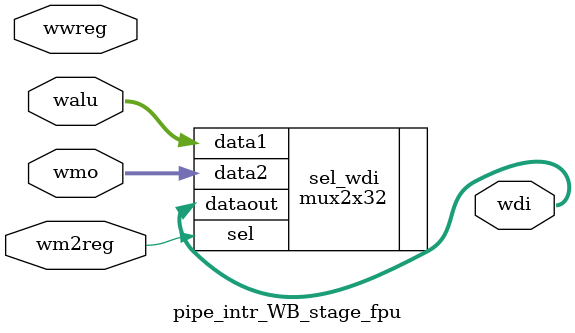
<source format=v>
module pipe_intr_WB_stage_fpu (wwreg,wm2reg,walu,wmo,wdi);
	input wwreg,wm2reg;
	input [31:0] wmo,walu;
	output [31:0] wdi;
	
	mux2x32 sel_wdi (.data1(walu),.data2(wmo),.sel(wm2reg),.dataout(wdi));
	
endmodule

</source>
